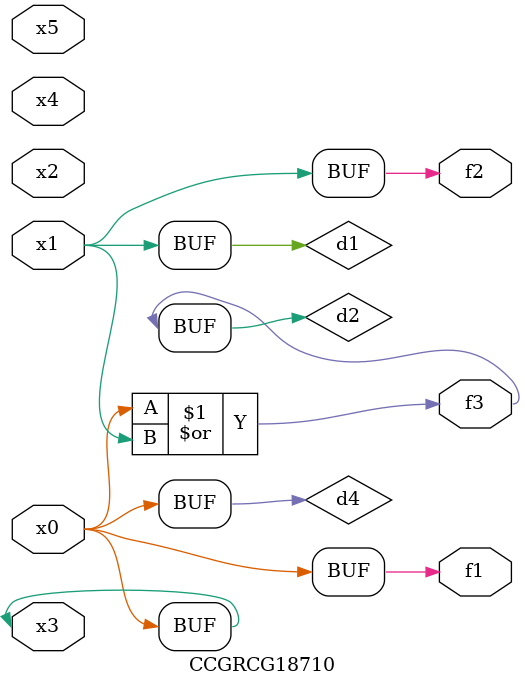
<source format=v>
module CCGRCG18710(
	input x0, x1, x2, x3, x4, x5,
	output f1, f2, f3
);

	wire d1, d2, d3, d4;

	and (d1, x1);
	or (d2, x0, x1);
	nand (d3, x0, x5);
	buf (d4, x0, x3);
	assign f1 = d4;
	assign f2 = d1;
	assign f3 = d2;
endmodule

</source>
